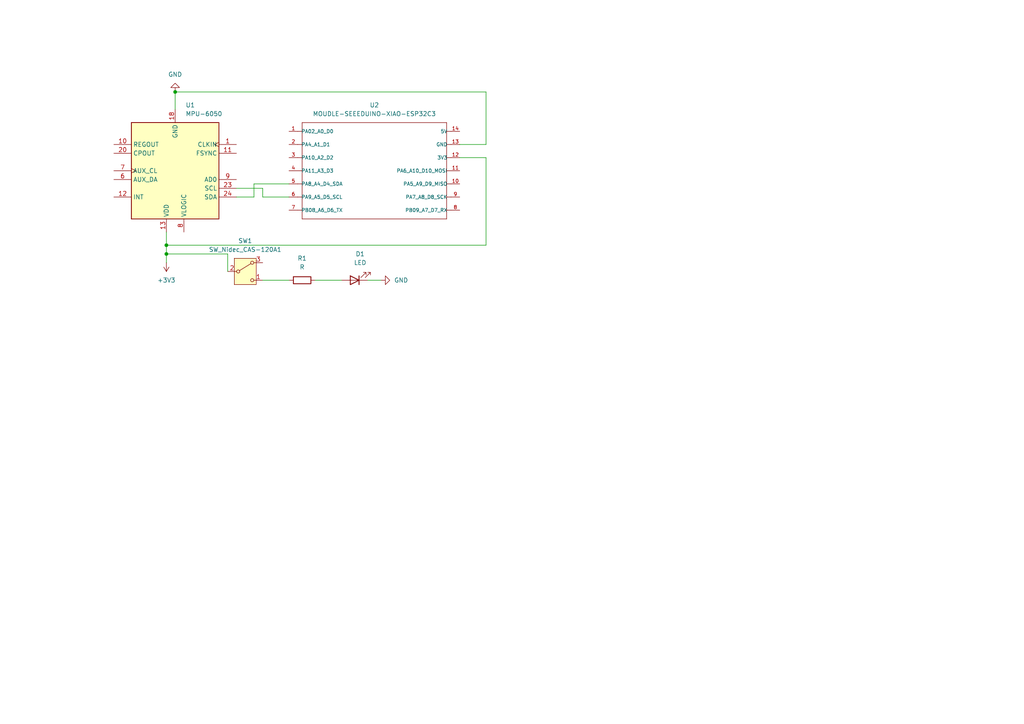
<source format=kicad_sch>
(kicad_sch
	(version 20231120)
	(generator "eeschema")
	(generator_version "8.0")
	(uuid "544ea0f4-7863-4178-b8d1-74157759a3c4")
	(paper "A4")
	(lib_symbols
		(symbol "Device:LED"
			(pin_numbers hide)
			(pin_names
				(offset 1.016) hide)
			(exclude_from_sim no)
			(in_bom yes)
			(on_board yes)
			(property "Reference" "D"
				(at 0 2.54 0)
				(effects
					(font
						(size 1.27 1.27)
					)
				)
			)
			(property "Value" "LED"
				(at 0 -2.54 0)
				(effects
					(font
						(size 1.27 1.27)
					)
				)
			)
			(property "Footprint" ""
				(at 0 0 0)
				(effects
					(font
						(size 1.27 1.27)
					)
					(hide yes)
				)
			)
			(property "Datasheet" "~"
				(at 0 0 0)
				(effects
					(font
						(size 1.27 1.27)
					)
					(hide yes)
				)
			)
			(property "Description" "Light emitting diode"
				(at 0 0 0)
				(effects
					(font
						(size 1.27 1.27)
					)
					(hide yes)
				)
			)
			(property "ki_keywords" "LED diode"
				(at 0 0 0)
				(effects
					(font
						(size 1.27 1.27)
					)
					(hide yes)
				)
			)
			(property "ki_fp_filters" "LED* LED_SMD:* LED_THT:*"
				(at 0 0 0)
				(effects
					(font
						(size 1.27 1.27)
					)
					(hide yes)
				)
			)
			(symbol "LED_0_1"
				(polyline
					(pts
						(xy -1.27 -1.27) (xy -1.27 1.27)
					)
					(stroke
						(width 0.254)
						(type default)
					)
					(fill
						(type none)
					)
				)
				(polyline
					(pts
						(xy -1.27 0) (xy 1.27 0)
					)
					(stroke
						(width 0)
						(type default)
					)
					(fill
						(type none)
					)
				)
				(polyline
					(pts
						(xy 1.27 -1.27) (xy 1.27 1.27) (xy -1.27 0) (xy 1.27 -1.27)
					)
					(stroke
						(width 0.254)
						(type default)
					)
					(fill
						(type none)
					)
				)
				(polyline
					(pts
						(xy -3.048 -0.762) (xy -4.572 -2.286) (xy -3.81 -2.286) (xy -4.572 -2.286) (xy -4.572 -1.524)
					)
					(stroke
						(width 0)
						(type default)
					)
					(fill
						(type none)
					)
				)
				(polyline
					(pts
						(xy -1.778 -0.762) (xy -3.302 -2.286) (xy -2.54 -2.286) (xy -3.302 -2.286) (xy -3.302 -1.524)
					)
					(stroke
						(width 0)
						(type default)
					)
					(fill
						(type none)
					)
				)
			)
			(symbol "LED_1_1"
				(pin passive line
					(at -3.81 0 0)
					(length 2.54)
					(name "K"
						(effects
							(font
								(size 1.27 1.27)
							)
						)
					)
					(number "1"
						(effects
							(font
								(size 1.27 1.27)
							)
						)
					)
				)
				(pin passive line
					(at 3.81 0 180)
					(length 2.54)
					(name "A"
						(effects
							(font
								(size 1.27 1.27)
							)
						)
					)
					(number "2"
						(effects
							(font
								(size 1.27 1.27)
							)
						)
					)
				)
			)
		)
		(symbol "Device:R"
			(pin_numbers hide)
			(pin_names
				(offset 0)
			)
			(exclude_from_sim no)
			(in_bom yes)
			(on_board yes)
			(property "Reference" "R"
				(at 2.032 0 90)
				(effects
					(font
						(size 1.27 1.27)
					)
				)
			)
			(property "Value" "R"
				(at 0 0 90)
				(effects
					(font
						(size 1.27 1.27)
					)
				)
			)
			(property "Footprint" ""
				(at -1.778 0 90)
				(effects
					(font
						(size 1.27 1.27)
					)
					(hide yes)
				)
			)
			(property "Datasheet" "~"
				(at 0 0 0)
				(effects
					(font
						(size 1.27 1.27)
					)
					(hide yes)
				)
			)
			(property "Description" "Resistor"
				(at 0 0 0)
				(effects
					(font
						(size 1.27 1.27)
					)
					(hide yes)
				)
			)
			(property "ki_keywords" "R res resistor"
				(at 0 0 0)
				(effects
					(font
						(size 1.27 1.27)
					)
					(hide yes)
				)
			)
			(property "ki_fp_filters" "R_*"
				(at 0 0 0)
				(effects
					(font
						(size 1.27 1.27)
					)
					(hide yes)
				)
			)
			(symbol "R_0_1"
				(rectangle
					(start -1.016 -2.54)
					(end 1.016 2.54)
					(stroke
						(width 0.254)
						(type default)
					)
					(fill
						(type none)
					)
				)
			)
			(symbol "R_1_1"
				(pin passive line
					(at 0 3.81 270)
					(length 1.27)
					(name "~"
						(effects
							(font
								(size 1.27 1.27)
							)
						)
					)
					(number "1"
						(effects
							(font
								(size 1.27 1.27)
							)
						)
					)
				)
				(pin passive line
					(at 0 -3.81 90)
					(length 1.27)
					(name "~"
						(effects
							(font
								(size 1.27 1.27)
							)
						)
					)
					(number "2"
						(effects
							(font
								(size 1.27 1.27)
							)
						)
					)
				)
			)
		)
		(symbol "Sensor_Motion:MPU-6050"
			(exclude_from_sim no)
			(in_bom yes)
			(on_board yes)
			(property "Reference" "U"
				(at -11.43 13.97 0)
				(effects
					(font
						(size 1.27 1.27)
					)
				)
			)
			(property "Value" "MPU-6050"
				(at 7.62 -15.24 0)
				(effects
					(font
						(size 1.27 1.27)
					)
				)
			)
			(property "Footprint" "Sensor_Motion:InvenSense_QFN-24_4x4mm_P0.5mm"
				(at 0 -20.32 0)
				(effects
					(font
						(size 1.27 1.27)
					)
					(hide yes)
				)
			)
			(property "Datasheet" "https://invensense.tdk.com/wp-content/uploads/2015/02/MPU-6000-Datasheet1.pdf"
				(at 0 -3.81 0)
				(effects
					(font
						(size 1.27 1.27)
					)
					(hide yes)
				)
			)
			(property "Description" "InvenSense 6-Axis Motion Sensor, Gyroscope, Accelerometer, I2C"
				(at 0 0 0)
				(effects
					(font
						(size 1.27 1.27)
					)
					(hide yes)
				)
			)
			(property "ki_keywords" "mems"
				(at 0 0 0)
				(effects
					(font
						(size 1.27 1.27)
					)
					(hide yes)
				)
			)
			(property "ki_fp_filters" "*QFN*4x4mm*P0.5mm*"
				(at 0 0 0)
				(effects
					(font
						(size 1.27 1.27)
					)
					(hide yes)
				)
			)
			(symbol "MPU-6050_0_0"
				(text ""
					(at 12.7 -2.54 0)
					(effects
						(font
							(size 1.27 1.27)
						)
					)
				)
			)
			(symbol "MPU-6050_0_1"
				(rectangle
					(start -12.7 13.97)
					(end 12.7 -13.97)
					(stroke
						(width 0.254)
						(type default)
					)
					(fill
						(type background)
					)
				)
			)
			(symbol "MPU-6050_1_1"
				(pin input clock
					(at -17.78 -7.62 0)
					(length 5.08)
					(name "CLKIN"
						(effects
							(font
								(size 1.27 1.27)
							)
						)
					)
					(number "1"
						(effects
							(font
								(size 1.27 1.27)
							)
						)
					)
				)
				(pin passive line
					(at 17.78 -7.62 180)
					(length 5.08)
					(name "REGOUT"
						(effects
							(font
								(size 1.27 1.27)
							)
						)
					)
					(number "10"
						(effects
							(font
								(size 1.27 1.27)
							)
						)
					)
				)
				(pin input line
					(at -17.78 -5.08 0)
					(length 5.08)
					(name "FSYNC"
						(effects
							(font
								(size 1.27 1.27)
							)
						)
					)
					(number "11"
						(effects
							(font
								(size 1.27 1.27)
							)
						)
					)
				)
				(pin output line
					(at 17.78 7.62 180)
					(length 5.08)
					(name "INT"
						(effects
							(font
								(size 1.27 1.27)
							)
						)
					)
					(number "12"
						(effects
							(font
								(size 1.27 1.27)
							)
						)
					)
				)
				(pin power_in line
					(at 2.54 17.78 270)
					(length 3.81)
					(name "VDD"
						(effects
							(font
								(size 1.27 1.27)
							)
						)
					)
					(number "13"
						(effects
							(font
								(size 1.27 1.27)
							)
						)
					)
				)
				(pin no_connect line
					(at -12.7 -10.16 0)
					(length 2.54) hide
					(name "NC"
						(effects
							(font
								(size 1.27 1.27)
							)
						)
					)
					(number "14"
						(effects
							(font
								(size 1.27 1.27)
							)
						)
					)
				)
				(pin no_connect line
					(at 12.7 12.7 180)
					(length 2.54) hide
					(name "NC"
						(effects
							(font
								(size 1.27 1.27)
							)
						)
					)
					(number "15"
						(effects
							(font
								(size 1.27 1.27)
							)
						)
					)
				)
				(pin no_connect line
					(at 12.7 10.16 180)
					(length 2.54) hide
					(name "NC"
						(effects
							(font
								(size 1.27 1.27)
							)
						)
					)
					(number "16"
						(effects
							(font
								(size 1.27 1.27)
							)
						)
					)
				)
				(pin no_connect line
					(at 12.7 5.08 180)
					(length 2.54) hide
					(name "NC"
						(effects
							(font
								(size 1.27 1.27)
							)
						)
					)
					(number "17"
						(effects
							(font
								(size 1.27 1.27)
							)
						)
					)
				)
				(pin power_in line
					(at 0 -17.78 90)
					(length 3.81)
					(name "GND"
						(effects
							(font
								(size 1.27 1.27)
							)
						)
					)
					(number "18"
						(effects
							(font
								(size 1.27 1.27)
							)
						)
					)
				)
				(pin no_connect line
					(at 12.7 -10.16 180)
					(length 2.54) hide
					(name "RESV"
						(effects
							(font
								(size 1.27 1.27)
							)
						)
					)
					(number "19"
						(effects
							(font
								(size 1.27 1.27)
							)
						)
					)
				)
				(pin no_connect line
					(at -12.7 12.7 0)
					(length 2.54) hide
					(name "NC"
						(effects
							(font
								(size 1.27 1.27)
							)
						)
					)
					(number "2"
						(effects
							(font
								(size 1.27 1.27)
							)
						)
					)
				)
				(pin passive line
					(at 17.78 -5.08 180)
					(length 5.08)
					(name "CPOUT"
						(effects
							(font
								(size 1.27 1.27)
							)
						)
					)
					(number "20"
						(effects
							(font
								(size 1.27 1.27)
							)
						)
					)
				)
				(pin no_connect line
					(at 12.7 -2.54 180)
					(length 2.54) hide
					(name "RESV"
						(effects
							(font
								(size 1.27 1.27)
							)
						)
					)
					(number "21"
						(effects
							(font
								(size 1.27 1.27)
							)
						)
					)
				)
				(pin no_connect line
					(at 12.7 -12.7 180)
					(length 2.54) hide
					(name "RESV"
						(effects
							(font
								(size 1.27 1.27)
							)
						)
					)
					(number "22"
						(effects
							(font
								(size 1.27 1.27)
							)
						)
					)
				)
				(pin input line
					(at -17.78 5.08 0)
					(length 5.08)
					(name "SCL"
						(effects
							(font
								(size 1.27 1.27)
							)
						)
					)
					(number "23"
						(effects
							(font
								(size 1.27 1.27)
							)
						)
					)
				)
				(pin bidirectional line
					(at -17.78 7.62 0)
					(length 5.08)
					(name "SDA"
						(effects
							(font
								(size 1.27 1.27)
							)
						)
					)
					(number "24"
						(effects
							(font
								(size 1.27 1.27)
							)
						)
					)
				)
				(pin no_connect line
					(at -12.7 10.16 0)
					(length 2.54) hide
					(name "NC"
						(effects
							(font
								(size 1.27 1.27)
							)
						)
					)
					(number "3"
						(effects
							(font
								(size 1.27 1.27)
							)
						)
					)
				)
				(pin no_connect line
					(at -12.7 0 0)
					(length 2.54) hide
					(name "NC"
						(effects
							(font
								(size 1.27 1.27)
							)
						)
					)
					(number "4"
						(effects
							(font
								(size 1.27 1.27)
							)
						)
					)
				)
				(pin no_connect line
					(at -12.7 -2.54 0)
					(length 2.54) hide
					(name "NC"
						(effects
							(font
								(size 1.27 1.27)
							)
						)
					)
					(number "5"
						(effects
							(font
								(size 1.27 1.27)
							)
						)
					)
				)
				(pin bidirectional line
					(at 17.78 2.54 180)
					(length 5.08)
					(name "AUX_DA"
						(effects
							(font
								(size 1.27 1.27)
							)
						)
					)
					(number "6"
						(effects
							(font
								(size 1.27 1.27)
							)
						)
					)
				)
				(pin output clock
					(at 17.78 0 180)
					(length 5.08)
					(name "AUX_CL"
						(effects
							(font
								(size 1.27 1.27)
							)
						)
					)
					(number "7"
						(effects
							(font
								(size 1.27 1.27)
							)
						)
					)
				)
				(pin power_in line
					(at -2.54 17.78 270)
					(length 3.81)
					(name "VLOGIC"
						(effects
							(font
								(size 1.27 1.27)
							)
						)
					)
					(number "8"
						(effects
							(font
								(size 1.27 1.27)
							)
						)
					)
				)
				(pin input line
					(at -17.78 2.54 0)
					(length 5.08)
					(name "AD0"
						(effects
							(font
								(size 1.27 1.27)
							)
						)
					)
					(number "9"
						(effects
							(font
								(size 1.27 1.27)
							)
						)
					)
				)
			)
		)
		(symbol "Switch:SW_Nidec_CAS-120A1"
			(pin_names
				(offset 1) hide)
			(exclude_from_sim no)
			(in_bom yes)
			(on_board yes)
			(property "Reference" "SW"
				(at 0 4.318 0)
				(effects
					(font
						(size 1.27 1.27)
					)
				)
			)
			(property "Value" "SW_Nidec_CAS-120A1"
				(at 0 -5.08 0)
				(effects
					(font
						(size 1.27 1.27)
					)
				)
			)
			(property "Footprint" "Button_Switch_SMD:Nidec_Copal_CAS-120A"
				(at 0 -10.16 0)
				(effects
					(font
						(size 1.27 1.27)
					)
					(hide yes)
				)
			)
			(property "Datasheet" "https://www.nidec-components.com/e/catalog/switch/cas.pdf"
				(at 0 -7.62 0)
				(effects
					(font
						(size 1.27 1.27)
					)
					(hide yes)
				)
			)
			(property "Description" "Switch, single pole double throw"
				(at 0 0 0)
				(effects
					(font
						(size 1.27 1.27)
					)
					(hide yes)
				)
			)
			(property "ki_keywords" "switch single-pole double-throw spdt ON-ON"
				(at 0 0 0)
				(effects
					(font
						(size 1.27 1.27)
					)
					(hide yes)
				)
			)
			(property "ki_fp_filters" "*Nidec?Copal?CAS?120A*"
				(at 0 0 0)
				(effects
					(font
						(size 1.27 1.27)
					)
					(hide yes)
				)
			)
			(symbol "SW_Nidec_CAS-120A1_0_1"
				(circle
					(center -2.032 0)
					(radius 0.4572)
					(stroke
						(width 0)
						(type default)
					)
					(fill
						(type none)
					)
				)
				(polyline
					(pts
						(xy -1.651 0.254) (xy 1.651 2.286)
					)
					(stroke
						(width 0)
						(type default)
					)
					(fill
						(type none)
					)
				)
				(circle
					(center 2.032 -2.54)
					(radius 0.4572)
					(stroke
						(width 0)
						(type default)
					)
					(fill
						(type none)
					)
				)
				(circle
					(center 2.032 2.54)
					(radius 0.4572)
					(stroke
						(width 0)
						(type default)
					)
					(fill
						(type none)
					)
				)
			)
			(symbol "SW_Nidec_CAS-120A1_1_1"
				(rectangle
					(start -3.175 3.81)
					(end 3.175 -3.81)
					(stroke
						(width 0)
						(type default)
					)
					(fill
						(type background)
					)
				)
				(pin passive line
					(at 5.08 -2.54 180)
					(length 2.54)
					(name "C"
						(effects
							(font
								(size 1.27 1.27)
							)
						)
					)
					(number "1"
						(effects
							(font
								(size 1.27 1.27)
							)
						)
					)
				)
				(pin passive line
					(at -5.08 0 0)
					(length 2.54)
					(name "B"
						(effects
							(font
								(size 1.27 1.27)
							)
						)
					)
					(number "2"
						(effects
							(font
								(size 1.27 1.27)
							)
						)
					)
				)
				(pin passive line
					(at 5.08 2.54 180)
					(length 2.54)
					(name "A"
						(effects
							(font
								(size 1.27 1.27)
							)
						)
					)
					(number "3"
						(effects
							(font
								(size 1.27 1.27)
							)
						)
					)
				)
			)
		)
		(symbol "Xiao esp32:MOUDLE-SEEEDUINO-XIAO-ESP32C3"
			(pin_names
				(offset 1.016)
			)
			(exclude_from_sim no)
			(in_bom yes)
			(on_board yes)
			(property "Reference" "U"
				(at -21.59 15.24 0)
				(effects
					(font
						(size 1.27 1.27)
					)
					(justify left bottom)
				)
			)
			(property "Value" "MOUDLE-SEEEDUINO-XIAO-ESP32C3"
				(at -21.59 13.97 0)
				(effects
					(font
						(size 1.27 1.27)
					)
					(justify left bottom)
				)
			)
			(property "Footprint" "MOUDLE14P-SMD-2.54-21X17.8MM"
				(at 0 0 0)
				(effects
					(font
						(size 1.27 1.27)
					)
					(justify bottom)
					(hide yes)
				)
			)
			(property "Datasheet" ""
				(at 0 0 0)
				(effects
					(font
						(size 1.27 1.27)
					)
					(hide yes)
				)
			)
			(property "Description" ""
				(at 0 0 0)
				(effects
					(font
						(size 1.27 1.27)
					)
					(hide yes)
				)
			)
			(symbol "MOUDLE-SEEEDUINO-XIAO-ESP32C3_0_0"
				(polyline
					(pts
						(xy -21.59 -13.97) (xy -21.59 0)
					)
					(stroke
						(width 0.1524)
						(type default)
					)
					(fill
						(type none)
					)
				)
				(polyline
					(pts
						(xy -21.59 -11.43) (xy -22.86 -11.43)
					)
					(stroke
						(width 0.1524)
						(type default)
					)
					(fill
						(type none)
					)
				)
				(polyline
					(pts
						(xy -21.59 -7.62) (xy -22.86 -7.62)
					)
					(stroke
						(width 0.1524)
						(type default)
					)
					(fill
						(type none)
					)
				)
				(polyline
					(pts
						(xy -21.59 -3.81) (xy -22.86 -3.81)
					)
					(stroke
						(width 0.1524)
						(type default)
					)
					(fill
						(type none)
					)
				)
				(polyline
					(pts
						(xy -21.59 0) (xy -22.86 0)
					)
					(stroke
						(width 0.1524)
						(type default)
					)
					(fill
						(type none)
					)
				)
				(polyline
					(pts
						(xy -21.59 0) (xy -21.59 3.81)
					)
					(stroke
						(width 0.1524)
						(type default)
					)
					(fill
						(type none)
					)
				)
				(polyline
					(pts
						(xy -21.59 3.81) (xy -22.86 3.81)
					)
					(stroke
						(width 0.1524)
						(type default)
					)
					(fill
						(type none)
					)
				)
				(polyline
					(pts
						(xy -21.59 3.81) (xy -21.59 7.62)
					)
					(stroke
						(width 0.1524)
						(type default)
					)
					(fill
						(type none)
					)
				)
				(polyline
					(pts
						(xy -21.59 7.62) (xy -22.86 7.62)
					)
					(stroke
						(width 0.1524)
						(type default)
					)
					(fill
						(type none)
					)
				)
				(polyline
					(pts
						(xy -21.59 7.62) (xy -21.59 11.43)
					)
					(stroke
						(width 0.1524)
						(type default)
					)
					(fill
						(type none)
					)
				)
				(polyline
					(pts
						(xy -21.59 11.43) (xy -22.86 11.43)
					)
					(stroke
						(width 0.1524)
						(type default)
					)
					(fill
						(type none)
					)
				)
				(polyline
					(pts
						(xy -21.59 11.43) (xy -21.59 13.97)
					)
					(stroke
						(width 0.1524)
						(type default)
					)
					(fill
						(type none)
					)
				)
				(polyline
					(pts
						(xy -21.59 13.97) (xy 20.32 13.97)
					)
					(stroke
						(width 0.1524)
						(type default)
					)
					(fill
						(type none)
					)
				)
				(polyline
					(pts
						(xy 20.32 -13.97) (xy -21.59 -13.97)
					)
					(stroke
						(width 0.1524)
						(type default)
					)
					(fill
						(type none)
					)
				)
				(polyline
					(pts
						(xy 20.32 3.81) (xy 20.32 -13.97)
					)
					(stroke
						(width 0.1524)
						(type default)
					)
					(fill
						(type none)
					)
				)
				(polyline
					(pts
						(xy 20.32 7.62) (xy 20.32 3.81)
					)
					(stroke
						(width 0.1524)
						(type default)
					)
					(fill
						(type none)
					)
				)
				(polyline
					(pts
						(xy 20.32 11.43) (xy 20.32 7.62)
					)
					(stroke
						(width 0.1524)
						(type default)
					)
					(fill
						(type none)
					)
				)
				(polyline
					(pts
						(xy 20.32 13.97) (xy 20.32 11.43)
					)
					(stroke
						(width 0.1524)
						(type default)
					)
					(fill
						(type none)
					)
				)
				(polyline
					(pts
						(xy 21.59 -11.43) (xy 20.32 -11.43)
					)
					(stroke
						(width 0.1524)
						(type default)
					)
					(fill
						(type none)
					)
				)
				(polyline
					(pts
						(xy 21.59 -7.62) (xy 20.32 -7.62)
					)
					(stroke
						(width 0.1524)
						(type default)
					)
					(fill
						(type none)
					)
				)
				(polyline
					(pts
						(xy 21.59 -3.81) (xy 20.32 -3.81)
					)
					(stroke
						(width 0.1524)
						(type default)
					)
					(fill
						(type none)
					)
				)
				(polyline
					(pts
						(xy 21.59 0) (xy 20.32 0)
					)
					(stroke
						(width 0.1524)
						(type default)
					)
					(fill
						(type none)
					)
				)
				(polyline
					(pts
						(xy 21.59 3.81) (xy 20.32 3.81)
					)
					(stroke
						(width 0.1524)
						(type default)
					)
					(fill
						(type none)
					)
				)
				(polyline
					(pts
						(xy 21.59 7.62) (xy 20.32 7.62)
					)
					(stroke
						(width 0.1524)
						(type default)
					)
					(fill
						(type none)
					)
				)
				(polyline
					(pts
						(xy 21.59 11.43) (xy 20.32 11.43)
					)
					(stroke
						(width 0.1524)
						(type default)
					)
					(fill
						(type none)
					)
				)
				(pin bidirectional line
					(at -25.4 11.43 0)
					(length 2.54)
					(name "PA02_A0_D0"
						(effects
							(font
								(size 1.016 1.016)
							)
						)
					)
					(number "1"
						(effects
							(font
								(size 1.016 1.016)
							)
						)
					)
				)
				(pin bidirectional line
					(at 24.13 -3.81 180)
					(length 2.54)
					(name "PA5_A9_D9_MISO"
						(effects
							(font
								(size 1.016 1.016)
							)
						)
					)
					(number "10"
						(effects
							(font
								(size 1.016 1.016)
							)
						)
					)
				)
				(pin bidirectional line
					(at 24.13 0 180)
					(length 2.54)
					(name "PA6_A10_D10_MOSI"
						(effects
							(font
								(size 1.016 1.016)
							)
						)
					)
					(number "11"
						(effects
							(font
								(size 1.016 1.016)
							)
						)
					)
				)
				(pin bidirectional line
					(at 24.13 3.81 180)
					(length 2.54)
					(name "3V3"
						(effects
							(font
								(size 1.016 1.016)
							)
						)
					)
					(number "12"
						(effects
							(font
								(size 1.016 1.016)
							)
						)
					)
				)
				(pin bidirectional line
					(at 24.13 7.62 180)
					(length 2.54)
					(name "GND"
						(effects
							(font
								(size 1.016 1.016)
							)
						)
					)
					(number "13"
						(effects
							(font
								(size 1.016 1.016)
							)
						)
					)
				)
				(pin bidirectional line
					(at 24.13 11.43 180)
					(length 2.54)
					(name "5V"
						(effects
							(font
								(size 1.016 1.016)
							)
						)
					)
					(number "14"
						(effects
							(font
								(size 1.016 1.016)
							)
						)
					)
				)
				(pin bidirectional line
					(at -25.4 7.62 0)
					(length 2.54)
					(name "PA4_A1_D1"
						(effects
							(font
								(size 1.016 1.016)
							)
						)
					)
					(number "2"
						(effects
							(font
								(size 1.016 1.016)
							)
						)
					)
				)
				(pin bidirectional line
					(at -25.4 3.81 0)
					(length 2.54)
					(name "PA10_A2_D2"
						(effects
							(font
								(size 1.016 1.016)
							)
						)
					)
					(number "3"
						(effects
							(font
								(size 1.016 1.016)
							)
						)
					)
				)
				(pin bidirectional line
					(at -25.4 0 0)
					(length 2.54)
					(name "PA11_A3_D3"
						(effects
							(font
								(size 1.016 1.016)
							)
						)
					)
					(number "4"
						(effects
							(font
								(size 1.016 1.016)
							)
						)
					)
				)
				(pin bidirectional line
					(at -25.4 -3.81 0)
					(length 2.54)
					(name "PA8_A4_D4_SDA"
						(effects
							(font
								(size 1.016 1.016)
							)
						)
					)
					(number "5"
						(effects
							(font
								(size 1.016 1.016)
							)
						)
					)
				)
				(pin bidirectional line
					(at -25.4 -7.62 0)
					(length 2.54)
					(name "PA9_A5_D5_SCL"
						(effects
							(font
								(size 1.016 1.016)
							)
						)
					)
					(number "6"
						(effects
							(font
								(size 1.016 1.016)
							)
						)
					)
				)
				(pin bidirectional line
					(at -25.4 -11.43 0)
					(length 2.54)
					(name "PB08_A6_D6_TX"
						(effects
							(font
								(size 1.016 1.016)
							)
						)
					)
					(number "7"
						(effects
							(font
								(size 1.016 1.016)
							)
						)
					)
				)
				(pin bidirectional line
					(at 24.13 -11.43 180)
					(length 2.54)
					(name "PB09_A7_D7_RX"
						(effects
							(font
								(size 1.016 1.016)
							)
						)
					)
					(number "8"
						(effects
							(font
								(size 1.016 1.016)
							)
						)
					)
				)
				(pin bidirectional line
					(at 24.13 -7.62 180)
					(length 2.54)
					(name "PA7_A8_D8_SCK"
						(effects
							(font
								(size 1.016 1.016)
							)
						)
					)
					(number "9"
						(effects
							(font
								(size 1.016 1.016)
							)
						)
					)
				)
			)
		)
		(symbol "power:+3V3"
			(power)
			(pin_numbers hide)
			(pin_names
				(offset 0) hide)
			(exclude_from_sim no)
			(in_bom yes)
			(on_board yes)
			(property "Reference" "#PWR"
				(at 0 -3.81 0)
				(effects
					(font
						(size 1.27 1.27)
					)
					(hide yes)
				)
			)
			(property "Value" "+3V3"
				(at 0 3.556 0)
				(effects
					(font
						(size 1.27 1.27)
					)
				)
			)
			(property "Footprint" ""
				(at 0 0 0)
				(effects
					(font
						(size 1.27 1.27)
					)
					(hide yes)
				)
			)
			(property "Datasheet" ""
				(at 0 0 0)
				(effects
					(font
						(size 1.27 1.27)
					)
					(hide yes)
				)
			)
			(property "Description" "Power symbol creates a global label with name \"+3V3\""
				(at 0 0 0)
				(effects
					(font
						(size 1.27 1.27)
					)
					(hide yes)
				)
			)
			(property "ki_keywords" "global power"
				(at 0 0 0)
				(effects
					(font
						(size 1.27 1.27)
					)
					(hide yes)
				)
			)
			(symbol "+3V3_0_1"
				(polyline
					(pts
						(xy -0.762 1.27) (xy 0 2.54)
					)
					(stroke
						(width 0)
						(type default)
					)
					(fill
						(type none)
					)
				)
				(polyline
					(pts
						(xy 0 0) (xy 0 2.54)
					)
					(stroke
						(width 0)
						(type default)
					)
					(fill
						(type none)
					)
				)
				(polyline
					(pts
						(xy 0 2.54) (xy 0.762 1.27)
					)
					(stroke
						(width 0)
						(type default)
					)
					(fill
						(type none)
					)
				)
			)
			(symbol "+3V3_1_1"
				(pin power_in line
					(at 0 0 90)
					(length 0)
					(name "~"
						(effects
							(font
								(size 1.27 1.27)
							)
						)
					)
					(number "1"
						(effects
							(font
								(size 1.27 1.27)
							)
						)
					)
				)
			)
		)
		(symbol "power:GND"
			(power)
			(pin_numbers hide)
			(pin_names
				(offset 0) hide)
			(exclude_from_sim no)
			(in_bom yes)
			(on_board yes)
			(property "Reference" "#PWR"
				(at 0 -6.35 0)
				(effects
					(font
						(size 1.27 1.27)
					)
					(hide yes)
				)
			)
			(property "Value" "GND"
				(at 0 -3.81 0)
				(effects
					(font
						(size 1.27 1.27)
					)
				)
			)
			(property "Footprint" ""
				(at 0 0 0)
				(effects
					(font
						(size 1.27 1.27)
					)
					(hide yes)
				)
			)
			(property "Datasheet" ""
				(at 0 0 0)
				(effects
					(font
						(size 1.27 1.27)
					)
					(hide yes)
				)
			)
			(property "Description" "Power symbol creates a global label with name \"GND\" , ground"
				(at 0 0 0)
				(effects
					(font
						(size 1.27 1.27)
					)
					(hide yes)
				)
			)
			(property "ki_keywords" "global power"
				(at 0 0 0)
				(effects
					(font
						(size 1.27 1.27)
					)
					(hide yes)
				)
			)
			(symbol "GND_0_1"
				(polyline
					(pts
						(xy 0 0) (xy 0 -1.27) (xy 1.27 -1.27) (xy 0 -2.54) (xy -1.27 -1.27) (xy 0 -1.27)
					)
					(stroke
						(width 0)
						(type default)
					)
					(fill
						(type none)
					)
				)
			)
			(symbol "GND_1_1"
				(pin power_in line
					(at 0 0 270)
					(length 0)
					(name "~"
						(effects
							(font
								(size 1.27 1.27)
							)
						)
					)
					(number "1"
						(effects
							(font
								(size 1.27 1.27)
							)
						)
					)
				)
			)
		)
	)
	(junction
		(at 48.26 71.12)
		(diameter 0)
		(color 0 0 0 0)
		(uuid "1b1c0989-c1ff-441b-b8ce-8e42de32dc17")
	)
	(junction
		(at 50.8 26.67)
		(diameter 0)
		(color 0 0 0 0)
		(uuid "beee4659-019a-4e16-8e62-25b476649406")
	)
	(junction
		(at 48.26 73.66)
		(diameter 0)
		(color 0 0 0 0)
		(uuid "dab0976a-8aa8-4af4-8f34-ad424fede807")
	)
	(wire
		(pts
			(xy 76.2 57.15) (xy 83.82 57.15)
		)
		(stroke
			(width 0)
			(type default)
		)
		(uuid "18e6323e-bfeb-44ac-86dc-8a5c356d14b8")
	)
	(wire
		(pts
			(xy 91.44 81.28) (xy 99.06 81.28)
		)
		(stroke
			(width 0)
			(type default)
		)
		(uuid "460d4293-1f2e-45f5-81fe-24ceb3c0096c")
	)
	(wire
		(pts
			(xy 140.97 41.91) (xy 140.97 26.67)
		)
		(stroke
			(width 0)
			(type default)
		)
		(uuid "4bfaa3e6-7792-4945-88a7-528895d376d8")
	)
	(wire
		(pts
			(xy 140.97 45.72) (xy 140.97 71.12)
		)
		(stroke
			(width 0)
			(type default)
		)
		(uuid "4d5f873f-9f6b-4bba-83e4-db88774e89c1")
	)
	(wire
		(pts
			(xy 76.2 54.61) (xy 76.2 57.15)
		)
		(stroke
			(width 0)
			(type default)
		)
		(uuid "5a69dd60-171f-466f-a0d7-0da6c8df5c0d")
	)
	(wire
		(pts
			(xy 73.66 57.15) (xy 73.66 53.34)
		)
		(stroke
			(width 0)
			(type default)
		)
		(uuid "6082d42a-9b6d-46c8-83e2-19ed2fe06acb")
	)
	(wire
		(pts
			(xy 106.68 81.28) (xy 110.49 81.28)
		)
		(stroke
			(width 0)
			(type default)
		)
		(uuid "6c5e76ff-9722-4284-b442-229abf2b0315")
	)
	(wire
		(pts
			(xy 48.26 76.2) (xy 48.26 73.66)
		)
		(stroke
			(width 0)
			(type default)
		)
		(uuid "766c9a4b-3685-4a41-ae8c-b047e0b7c428")
	)
	(wire
		(pts
			(xy 68.58 54.61) (xy 76.2 54.61)
		)
		(stroke
			(width 0)
			(type default)
		)
		(uuid "7de6d86a-cd7c-4386-aad8-c36485e8eeab")
	)
	(wire
		(pts
			(xy 140.97 71.12) (xy 48.26 71.12)
		)
		(stroke
			(width 0)
			(type default)
		)
		(uuid "8011b39e-ca7a-4ec9-8783-fc9902d14cf4")
	)
	(wire
		(pts
			(xy 48.26 73.66) (xy 66.04 73.66)
		)
		(stroke
			(width 0)
			(type default)
		)
		(uuid "821e60c1-0b6e-437d-8384-89cec915b999")
	)
	(wire
		(pts
			(xy 68.58 57.15) (xy 73.66 57.15)
		)
		(stroke
			(width 0)
			(type default)
		)
		(uuid "8a85b348-748a-4811-b4f1-15534096a444")
	)
	(wire
		(pts
			(xy 48.26 73.66) (xy 48.26 71.12)
		)
		(stroke
			(width 0)
			(type default)
		)
		(uuid "8d9a5fe8-14f7-45a8-9b1e-9a6cb958b4cd")
	)
	(wire
		(pts
			(xy 73.66 53.34) (xy 83.82 53.34)
		)
		(stroke
			(width 0)
			(type default)
		)
		(uuid "970dca40-c19b-4825-bb28-cf237a2a42f6")
	)
	(wire
		(pts
			(xy 50.8 26.67) (xy 50.8 31.75)
		)
		(stroke
			(width 0)
			(type default)
		)
		(uuid "c76eb974-6a97-4a25-8fc9-fdb30a2229e0")
	)
	(wire
		(pts
			(xy 133.35 45.72) (xy 140.97 45.72)
		)
		(stroke
			(width 0)
			(type default)
		)
		(uuid "c9127dd1-5ea0-4725-bada-c4a7a437d7d5")
	)
	(wire
		(pts
			(xy 133.35 41.91) (xy 140.97 41.91)
		)
		(stroke
			(width 0)
			(type default)
		)
		(uuid "cd527e01-5db0-4968-9549-83465f89ff3f")
	)
	(wire
		(pts
			(xy 48.26 71.12) (xy 48.26 67.31)
		)
		(stroke
			(width 0)
			(type default)
		)
		(uuid "d49084a6-d302-45b6-bb99-dfead8052783")
	)
	(wire
		(pts
			(xy 66.04 73.66) (xy 66.04 78.74)
		)
		(stroke
			(width 0)
			(type default)
		)
		(uuid "e8281e66-7246-4ee2-ad84-a26b9f720de5")
	)
	(wire
		(pts
			(xy 140.97 26.67) (xy 50.8 26.67)
		)
		(stroke
			(width 0)
			(type default)
		)
		(uuid "f481b09a-5883-44cc-be0c-d8a957a1c2f7")
	)
	(wire
		(pts
			(xy 76.2 81.28) (xy 83.82 81.28)
		)
		(stroke
			(width 0)
			(type default)
		)
		(uuid "fa0ee641-d57f-4214-901f-41914b8e370c")
	)
	(symbol
		(lib_id "power:+3V3")
		(at 48.26 76.2 180)
		(unit 1)
		(exclude_from_sim no)
		(in_bom yes)
		(on_board yes)
		(dnp no)
		(fields_autoplaced yes)
		(uuid "08d3aa71-d7ef-4d22-8853-2525f27c6627")
		(property "Reference" "#PWR02"
			(at 48.26 72.39 0)
			(effects
				(font
					(size 1.27 1.27)
				)
				(hide yes)
			)
		)
		(property "Value" "+3V3"
			(at 48.26 81.28 0)
			(effects
				(font
					(size 1.27 1.27)
				)
			)
		)
		(property "Footprint" ""
			(at 48.26 76.2 0)
			(effects
				(font
					(size 1.27 1.27)
				)
				(hide yes)
			)
		)
		(property "Datasheet" ""
			(at 48.26 76.2 0)
			(effects
				(font
					(size 1.27 1.27)
				)
				(hide yes)
			)
		)
		(property "Description" "Power symbol creates a global label with name \"+3V3\""
			(at 48.26 76.2 0)
			(effects
				(font
					(size 1.27 1.27)
				)
				(hide yes)
			)
		)
		(pin "1"
			(uuid "d0d0243b-8f2d-4a1f-a3b7-d90c1b094d94")
		)
		(instances
			(project ""
				(path "/544ea0f4-7863-4178-b8d1-74157759a3c4"
					(reference "#PWR02")
					(unit 1)
				)
			)
		)
	)
	(symbol
		(lib_id "Switch:SW_Nidec_CAS-120A1")
		(at 71.12 78.74 0)
		(unit 1)
		(exclude_from_sim no)
		(in_bom yes)
		(on_board yes)
		(dnp no)
		(fields_autoplaced yes)
		(uuid "44729f04-197e-44e5-aec2-807287fc01c0")
		(property "Reference" "SW1"
			(at 71.12 69.85 0)
			(effects
				(font
					(size 1.27 1.27)
				)
			)
		)
		(property "Value" "SW_Nidec_CAS-120A1"
			(at 71.12 72.39 0)
			(effects
				(font
					(size 1.27 1.27)
				)
			)
		)
		(property "Footprint" "Button_Switch_SMD:Nidec_Copal_CAS-120A"
			(at 71.12 88.9 0)
			(effects
				(font
					(size 1.27 1.27)
				)
				(hide yes)
			)
		)
		(property "Datasheet" "https://www.nidec-components.com/e/catalog/switch/cas.pdf"
			(at 71.12 86.36 0)
			(effects
				(font
					(size 1.27 1.27)
				)
				(hide yes)
			)
		)
		(property "Description" "Switch, single pole double throw"
			(at 71.12 78.74 0)
			(effects
				(font
					(size 1.27 1.27)
				)
				(hide yes)
			)
		)
		(pin "2"
			(uuid "c99de039-3383-40d3-9d36-cc17b474f8e3")
		)
		(pin "3"
			(uuid "ad401032-69a4-47ed-9fa1-3375bb97ed65")
		)
		(pin "1"
			(uuid "8e882ffd-f289-428a-8485-331d30486e99")
		)
		(instances
			(project ""
				(path "/544ea0f4-7863-4178-b8d1-74157759a3c4"
					(reference "SW1")
					(unit 1)
				)
			)
		)
	)
	(symbol
		(lib_id "Sensor_Motion:MPU-6050")
		(at 50.8 49.53 180)
		(unit 1)
		(exclude_from_sim no)
		(in_bom yes)
		(on_board yes)
		(dnp no)
		(fields_autoplaced yes)
		(uuid "48350627-a455-421c-a574-b6988ccb06fc")
		(property "Reference" "U1"
			(at 53.8165 30.48 0)
			(effects
				(font
					(size 1.27 1.27)
				)
				(justify right)
			)
		)
		(property "Value" "MPU-6050"
			(at 53.8165 33.02 0)
			(effects
				(font
					(size 1.27 1.27)
				)
				(justify right)
			)
		)
		(property "Footprint" "Sensor_Motion:InvenSense_QFN-24_4x4mm_P0.5mm"
			(at 50.8 29.21 0)
			(effects
				(font
					(size 1.27 1.27)
				)
				(hide yes)
			)
		)
		(property "Datasheet" "https://invensense.tdk.com/wp-content/uploads/2015/02/MPU-6000-Datasheet1.pdf"
			(at 50.8 45.72 0)
			(effects
				(font
					(size 1.27 1.27)
				)
				(hide yes)
			)
		)
		(property "Description" "InvenSense 6-Axis Motion Sensor, Gyroscope, Accelerometer, I2C"
			(at 50.8 49.53 0)
			(effects
				(font
					(size 1.27 1.27)
				)
				(hide yes)
			)
		)
		(pin "19"
			(uuid "14ab9a98-36e8-468e-8d52-275939e587da")
		)
		(pin "11"
			(uuid "457ac572-05fc-478b-906f-d5866245c1e8")
		)
		(pin "3"
			(uuid "9a9fdf91-a611-456e-b71c-be9200739d7b")
		)
		(pin "6"
			(uuid "9a6dc927-3404-45f8-a156-b8c5afed0bae")
		)
		(pin "18"
			(uuid "dc357c1d-0232-4563-93e0-e5810b1c0859")
		)
		(pin "1"
			(uuid "3bfe6b1c-a88a-4035-b8c6-50ee3ec21c38")
		)
		(pin "16"
			(uuid "2bc7f525-1df9-49f0-811b-a22624bfaf40")
		)
		(pin "20"
			(uuid "78237916-3d9c-491a-bc7e-1c6b9ca90adf")
		)
		(pin "4"
			(uuid "d4e36bf9-b9df-455f-8ce8-f3a4435bd873")
		)
		(pin "21"
			(uuid "41c07f3e-9ba0-4e98-bb23-69d1d5881020")
		)
		(pin "10"
			(uuid "f91a8b59-0e3f-4bf2-9f69-df9d1363e5e7")
		)
		(pin "13"
			(uuid "8919dfd4-3e6a-43aa-a13a-c12f58b03a25")
		)
		(pin "5"
			(uuid "f01e3dfc-79d4-4f03-a0bc-5a57e16af797")
		)
		(pin "14"
			(uuid "bba524e9-ab6a-45d0-9d60-ef973fd8d3de")
		)
		(pin "15"
			(uuid "ebf5651f-cb0f-4ec3-9a6d-6d5a12062d98")
		)
		(pin "24"
			(uuid "89da2fd9-97b0-4786-ba3a-f942d5f19116")
		)
		(pin "22"
			(uuid "45f446e7-6ebb-4430-ba8b-bca14bb68d91")
		)
		(pin "2"
			(uuid "baf55345-f481-45d2-96e6-4bf5d94f10e5")
		)
		(pin "9"
			(uuid "de3d69a8-9aee-46b8-840a-df7cc08b7e4b")
		)
		(pin "12"
			(uuid "e2682083-9168-4412-bf3b-b96b68c47109")
		)
		(pin "7"
			(uuid "3bc93c49-560c-460d-845e-265ffbb18b43")
		)
		(pin "23"
			(uuid "6e02af2a-11e0-4808-8583-aac1257a0f86")
		)
		(pin "8"
			(uuid "5e22d20a-304f-45d4-9408-4022b04687cf")
		)
		(pin "17"
			(uuid "f0a0f137-aaef-473f-8579-421dffe91f9a")
		)
		(instances
			(project ""
				(path "/544ea0f4-7863-4178-b8d1-74157759a3c4"
					(reference "U1")
					(unit 1)
				)
			)
		)
	)
	(symbol
		(lib_id "Device:R")
		(at 87.63 81.28 90)
		(unit 1)
		(exclude_from_sim no)
		(in_bom yes)
		(on_board yes)
		(dnp no)
		(fields_autoplaced yes)
		(uuid "6eb96592-e4b3-4502-bef8-61071049d7b1")
		(property "Reference" "R1"
			(at 87.63 74.93 90)
			(effects
				(font
					(size 1.27 1.27)
				)
			)
		)
		(property "Value" "R"
			(at 87.63 77.47 90)
			(effects
				(font
					(size 1.27 1.27)
				)
			)
		)
		(property "Footprint" "Resistor_SMD:R_0201_0603Metric"
			(at 87.63 83.058 90)
			(effects
				(font
					(size 1.27 1.27)
				)
				(hide yes)
			)
		)
		(property "Datasheet" "~"
			(at 87.63 81.28 0)
			(effects
				(font
					(size 1.27 1.27)
				)
				(hide yes)
			)
		)
		(property "Description" "Resistor"
			(at 87.63 81.28 0)
			(effects
				(font
					(size 1.27 1.27)
				)
				(hide yes)
			)
		)
		(pin "2"
			(uuid "b0bcb152-a25b-44b7-9b90-5b080ca9f243")
		)
		(pin "1"
			(uuid "aa84372e-857b-400a-8f37-40bf22345809")
		)
		(instances
			(project ""
				(path "/544ea0f4-7863-4178-b8d1-74157759a3c4"
					(reference "R1")
					(unit 1)
				)
			)
		)
	)
	(symbol
		(lib_id "Device:LED")
		(at 102.87 81.28 180)
		(unit 1)
		(exclude_from_sim no)
		(in_bom yes)
		(on_board yes)
		(dnp no)
		(fields_autoplaced yes)
		(uuid "7b01d6f5-e643-4bd3-912c-893a3b733f6e")
		(property "Reference" "D1"
			(at 104.4575 73.66 0)
			(effects
				(font
					(size 1.27 1.27)
				)
			)
		)
		(property "Value" "LED"
			(at 104.4575 76.2 0)
			(effects
				(font
					(size 1.27 1.27)
				)
			)
		)
		(property "Footprint" "LED_SMD:LED_0201_0603Metric"
			(at 102.87 81.28 0)
			(effects
				(font
					(size 1.27 1.27)
				)
				(hide yes)
			)
		)
		(property "Datasheet" "~"
			(at 102.87 81.28 0)
			(effects
				(font
					(size 1.27 1.27)
				)
				(hide yes)
			)
		)
		(property "Description" "Light emitting diode"
			(at 102.87 81.28 0)
			(effects
				(font
					(size 1.27 1.27)
				)
				(hide yes)
			)
		)
		(pin "1"
			(uuid "1dd907bf-c052-48c4-996d-068e278ff4a4")
		)
		(pin "2"
			(uuid "7b5984a4-1345-4d45-a3c7-e956099fa9c7")
		)
		(instances
			(project ""
				(path "/544ea0f4-7863-4178-b8d1-74157759a3c4"
					(reference "D1")
					(unit 1)
				)
			)
		)
	)
	(symbol
		(lib_id "power:GND")
		(at 50.8 26.67 180)
		(unit 1)
		(exclude_from_sim no)
		(in_bom yes)
		(on_board yes)
		(dnp no)
		(fields_autoplaced yes)
		(uuid "9303de1e-2faf-478d-9628-e59212950458")
		(property "Reference" "#PWR01"
			(at 50.8 20.32 0)
			(effects
				(font
					(size 1.27 1.27)
				)
				(hide yes)
			)
		)
		(property "Value" "GND"
			(at 50.8 21.59 0)
			(effects
				(font
					(size 1.27 1.27)
				)
			)
		)
		(property "Footprint" ""
			(at 50.8 26.67 0)
			(effects
				(font
					(size 1.27 1.27)
				)
				(hide yes)
			)
		)
		(property "Datasheet" ""
			(at 50.8 26.67 0)
			(effects
				(font
					(size 1.27 1.27)
				)
				(hide yes)
			)
		)
		(property "Description" "Power symbol creates a global label with name \"GND\" , ground"
			(at 50.8 26.67 0)
			(effects
				(font
					(size 1.27 1.27)
				)
				(hide yes)
			)
		)
		(pin "1"
			(uuid "e0d6bf55-60b5-466c-b414-2d61168da043")
		)
		(instances
			(project ""
				(path "/544ea0f4-7863-4178-b8d1-74157759a3c4"
					(reference "#PWR01")
					(unit 1)
				)
			)
		)
	)
	(symbol
		(lib_id "Xiao esp32:MOUDLE-SEEEDUINO-XIAO-ESP32C3")
		(at 109.22 49.53 0)
		(unit 1)
		(exclude_from_sim no)
		(in_bom yes)
		(on_board yes)
		(dnp no)
		(fields_autoplaced yes)
		(uuid "a599c380-8e87-4168-92d3-df93e51d4af9")
		(property "Reference" "U2"
			(at 108.585 30.48 0)
			(effects
				(font
					(size 1.27 1.27)
				)
			)
		)
		(property "Value" "MOUDLE-SEEEDUINO-XIAO-ESP32C3"
			(at 108.585 33.02 0)
			(effects
				(font
					(size 1.27 1.27)
				)
			)
		)
		(property "Footprint" "XIAO:MOUDLE14P-SMD-2.54-21X17.8MM"
			(at 109.22 49.53 0)
			(effects
				(font
					(size 1.27 1.27)
				)
				(justify bottom)
				(hide yes)
			)
		)
		(property "Datasheet" ""
			(at 109.22 49.53 0)
			(effects
				(font
					(size 1.27 1.27)
				)
				(hide yes)
			)
		)
		(property "Description" ""
			(at 109.22 49.53 0)
			(effects
				(font
					(size 1.27 1.27)
				)
				(hide yes)
			)
		)
		(pin "6"
			(uuid "31eb283b-178c-4ade-8ce8-9980a8f9749a")
		)
		(pin "4"
			(uuid "dc01d2a5-4fe5-4ac8-a785-c808969d971e")
		)
		(pin "7"
			(uuid "80045337-01ff-4720-b73c-01891cef41c9")
		)
		(pin "8"
			(uuid "4bc054dd-6268-4a11-8c9c-3e13b4a2659a")
		)
		(pin "12"
			(uuid "5f21ae74-880e-424f-9bb4-2aff968ed9e1")
		)
		(pin "9"
			(uuid "16a10aca-3e2c-43b0-abe6-4815d016eb08")
		)
		(pin "3"
			(uuid "282f277d-9fd8-4214-9fc5-d0069028fa12")
		)
		(pin "11"
			(uuid "a9d89dfe-7e0f-4067-82d5-bda057dc2356")
		)
		(pin "5"
			(uuid "3fae46ae-c71f-4af3-be00-3e839c49985b")
		)
		(pin "14"
			(uuid "cf9910b8-b02b-4eff-988f-9759a15b3c75")
		)
		(pin "2"
			(uuid "0b92d402-5586-4d1e-ab3f-6d87a848bdf9")
		)
		(pin "1"
			(uuid "48ea1a38-a24e-4e6b-84a1-3e6b740fbef3")
		)
		(pin "10"
			(uuid "f74f7bfb-1634-4456-81a5-6ba258b493d2")
		)
		(pin "13"
			(uuid "c7cf3a60-c348-4602-a586-2b41820b56fe")
		)
		(instances
			(project ""
				(path "/544ea0f4-7863-4178-b8d1-74157759a3c4"
					(reference "U2")
					(unit 1)
				)
			)
		)
	)
	(symbol
		(lib_id "power:GND")
		(at 110.49 81.28 90)
		(unit 1)
		(exclude_from_sim no)
		(in_bom yes)
		(on_board yes)
		(dnp no)
		(fields_autoplaced yes)
		(uuid "dc93a696-2ece-4b99-a1d6-f24a9244cc6a")
		(property "Reference" "#PWR03"
			(at 116.84 81.28 0)
			(effects
				(font
					(size 1.27 1.27)
				)
				(hide yes)
			)
		)
		(property "Value" "GND"
			(at 114.3 81.2799 90)
			(effects
				(font
					(size 1.27 1.27)
				)
				(justify right)
			)
		)
		(property "Footprint" ""
			(at 110.49 81.28 0)
			(effects
				(font
					(size 1.27 1.27)
				)
				(hide yes)
			)
		)
		(property "Datasheet" ""
			(at 110.49 81.28 0)
			(effects
				(font
					(size 1.27 1.27)
				)
				(hide yes)
			)
		)
		(property "Description" "Power symbol creates a global label with name \"GND\" , ground"
			(at 110.49 81.28 0)
			(effects
				(font
					(size 1.27 1.27)
				)
				(hide yes)
			)
		)
		(pin "1"
			(uuid "033d1bc8-408a-4295-b305-8310059813bc")
		)
		(instances
			(project "techin514_final_pcb"
				(path "/544ea0f4-7863-4178-b8d1-74157759a3c4"
					(reference "#PWR03")
					(unit 1)
				)
			)
		)
	)
	(sheet_instances
		(path "/"
			(page "1")
		)
	)
)

</source>
